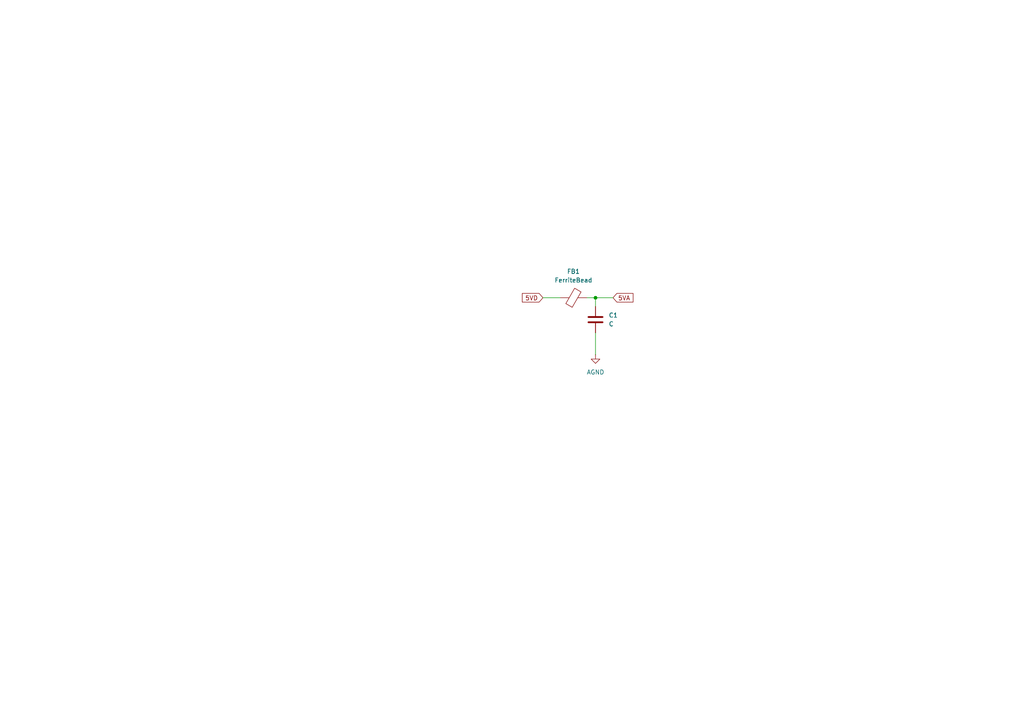
<source format=kicad_sch>
(kicad_sch (version 20250114) (generator "eeschema") (generator_version "9.0")
  (paper "A4")
  (lib_symbols
    (symbol "Device:C" (pin_numbers (hide yes)) (pin_names (offset 0.254))
      (property "Reference" "C" (at 0.635 2.54 0))
      (property "Value" "C" (at 0.635 -2.54 0))
      (symbol "C_0_1"
        (polyline (pts (xy -2.032 0.762) (xy 2.032 0.762)) (stroke (width 0.508)))
        (polyline (pts (xy -2.032 -0.762) (xy 2.032 -0.762)) (stroke (width 0.508)))
      )
      (symbol "C_1_1"
        (pin passive line (at 0 3.81 270) (length 2.794) (name "~") (number "1"))
        (pin passive line (at 0 -3.81 90) (length 2.794) (name "~") (number "2"))
      )
    )
    (symbol "Device:FerriteBead" (pin_numbers (hide yes)) (pin_names (offset 0))
      (property "Reference" "FB" (at -3.81 0.635 90))
      (property "Value" "FerriteBead" (at 3.81 0 90))
      (symbol "FerriteBead_0_1"
        (polyline (pts (xy -2.7686 0.4064) (xy -1.7018 2.2606) (xy 2.7686 -0.3048) (xy 1.6764 -2.159) (xy -2.7686 0.4064)))
        (polyline (pts (xy 0 1.27) (xy 0 1.2954)))
        (polyline (pts (xy 0 -1.27) (xy 0 -1.2192)))
      )
      (symbol "FerriteBead_1_1"
        (pin passive line (at 0 3.81 270) (length 2.54) (name "~") (number "1"))
        (pin passive line (at 0 -3.81 90) (length 2.54) (name "~") (number "2"))
      )
    )
    (symbol "power:GND" (power) (pin_numbers (hide yes)) (pin_names (offset 0) (hide yes))
      (property "Value" "GND" (at 0 -3.81 0))
      (symbol "GND_0_1"
        (polyline (pts (xy 0 0) (xy 0 -1.27) (xy 1.27 -1.27) (xy 0 -2.54) (xy -1.27 -1.27) (xy 0 -1.27)))
      )
      (symbol "GND_1_1"
        (pin power_in line (at 0 0 270) (length 0) (name "~") (number "1"))
      )
    )
  )
  (junction (at 172.72 86.36))
  (wire (pts (xy 172.72 86.36) (xy 172.72 88.9)))
  (wire (pts (xy 157.48 86.36) (xy 162.56 86.36)))
  (wire (pts (xy 172.72 86.36) (xy 177.8 86.36)))
  (wire (pts (xy 172.72 96.52) (xy 172.72 102.87)))
  (wire (pts (xy 170.18 86.36) (xy 172.72 86.36)))
  (global_label "5VD" (shape input) (at 157.48 86.36 180) (property "Intersheetrefs" "${INTERSHEET_REFS}" (effects (hide yes))))
  (global_label "5VA" (shape input) (at 177.8 86.36 0) (property "Intersheetrefs" "${INTERSHEET_REFS}" (effects (hide yes))))
  (symbol (lib_id "Device:FerriteBead") (at 166.37 86.36 90) (unit 1)
    (property "Reference" "FB1" (at 166.3192 78.74 90))
    (property "Value" "FerriteBead" (at 166.3192 81.28 90))
    (property "Footprint" "Inductor_SMD:L_0603_1608Metric" (effects (hide yes)))
    (property "Description" "Ferrite bead" (effects (hide yes)))
  )
  (symbol (lib_id "Device:C") (at 172.72 92.71 0) (unit 1)
    (property "Reference" "C1" (at 176.53 91.4399 0) (effects (justify left)))
    (property "Value" "C" (at 176.53 93.9799 0) (effects (justify left)))
    (property "Footprint" "Capacitor_SMD:C_0603_1608Metric" (effects (hide yes)))
    (property "Description" "Unpolarized capacitor" (effects (hide yes)))
  )
  (symbol (lib_id "power:GND") (at 172.72 102.87 0) (unit 1)
    (property "Reference" "#PWR04" (effects (hide yes)))
    (property "Value" "AGND" (at 172.72 107.95 0))
    (property "Description" "Power symbol creates a global label with name \"GND\" , ground" (effects (hide yes)))
  )
)
</source>
